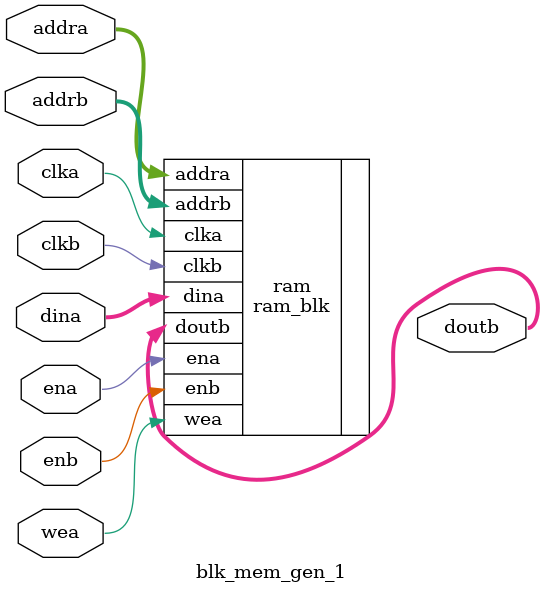
<source format=v>

module blk_mem_gen_1 #(
    parameter ADDR_BITS = 4,
    parameter DATA_BITS = 625
)
(
    input [(ADDR_BITS - 1):0] addra,
    input clka,
    input [(DATA_BITS - 1):0] dina,
    input ena,
    input wea,

    input [(ADDR_BITS - 1):0] addrb,
    input clkb,
    output [(DATA_BITS - 1):0] doutb,
    input enb
);
    ram_blk #(
        .ADDR_BITS(ADDR_BITS),
        .DATA_BITS(DATA_BITS)
    ) ram (
        .addra(addra),
        .clka(clka),
        .dina(dina),
        .ena(ena),
        .wea(wea),
        .addrb(addrb),
        .clkb(clkb),
        .doutb(doutb),
        .enb(enb)
    );
endmodule
</source>
